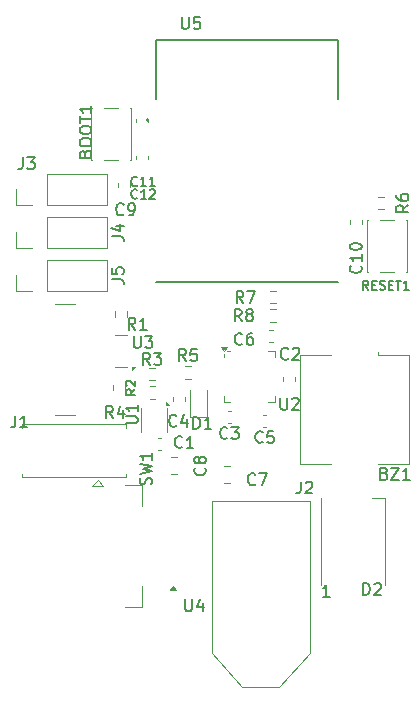
<source format=gbr>
%TF.GenerationSoftware,KiCad,Pcbnew,8.0.5*%
%TF.CreationDate,2024-10-08T22:01:25+02:00*%
%TF.ProjectId,ESP32_Controller,45535033-325f-4436-9f6e-74726f6c6c65,rev?*%
%TF.SameCoordinates,Original*%
%TF.FileFunction,Legend,Top*%
%TF.FilePolarity,Positive*%
%FSLAX46Y46*%
G04 Gerber Fmt 4.6, Leading zero omitted, Abs format (unit mm)*
G04 Created by KiCad (PCBNEW 8.0.5) date 2024-10-08 22:01:25*
%MOMM*%
%LPD*%
G01*
G04 APERTURE LIST*
%ADD10C,0.150000*%
%ADD11C,0.200000*%
%ADD12C,0.127000*%
%ADD13C,0.120000*%
G04 APERTURE END LIST*
D10*
X90843095Y-59109819D02*
X90843095Y-59919342D01*
X90843095Y-59919342D02*
X90890714Y-60014580D01*
X90890714Y-60014580D02*
X90938333Y-60062200D01*
X90938333Y-60062200D02*
X91033571Y-60109819D01*
X91033571Y-60109819D02*
X91224047Y-60109819D01*
X91224047Y-60109819D02*
X91319285Y-60062200D01*
X91319285Y-60062200D02*
X91366904Y-60014580D01*
X91366904Y-60014580D02*
X91414523Y-59919342D01*
X91414523Y-59919342D02*
X91414523Y-59109819D01*
X92366904Y-59109819D02*
X91890714Y-59109819D01*
X91890714Y-59109819D02*
X91843095Y-59586009D01*
X91843095Y-59586009D02*
X91890714Y-59538390D01*
X91890714Y-59538390D02*
X91985952Y-59490771D01*
X91985952Y-59490771D02*
X92224047Y-59490771D01*
X92224047Y-59490771D02*
X92319285Y-59538390D01*
X92319285Y-59538390D02*
X92366904Y-59586009D01*
X92366904Y-59586009D02*
X92414523Y-59681247D01*
X92414523Y-59681247D02*
X92414523Y-59919342D01*
X92414523Y-59919342D02*
X92366904Y-60014580D01*
X92366904Y-60014580D02*
X92319285Y-60062200D01*
X92319285Y-60062200D02*
X92224047Y-60109819D01*
X92224047Y-60109819D02*
X91985952Y-60109819D01*
X91985952Y-60109819D02*
X91890714Y-60062200D01*
X91890714Y-60062200D02*
X91843095Y-60014580D01*
X106635429Y-82179715D02*
X106381429Y-81816858D01*
X106200000Y-82179715D02*
X106200000Y-81417715D01*
X106200000Y-81417715D02*
X106490286Y-81417715D01*
X106490286Y-81417715D02*
X106562857Y-81454001D01*
X106562857Y-81454001D02*
X106599143Y-81490287D01*
X106599143Y-81490287D02*
X106635429Y-81562858D01*
X106635429Y-81562858D02*
X106635429Y-81671715D01*
X106635429Y-81671715D02*
X106599143Y-81744287D01*
X106599143Y-81744287D02*
X106562857Y-81780572D01*
X106562857Y-81780572D02*
X106490286Y-81816858D01*
X106490286Y-81816858D02*
X106200000Y-81816858D01*
X106962000Y-81780572D02*
X107216000Y-81780572D01*
X107324857Y-82179715D02*
X106962000Y-82179715D01*
X106962000Y-82179715D02*
X106962000Y-81417715D01*
X106962000Y-81417715D02*
X107324857Y-81417715D01*
X107615143Y-82143430D02*
X107724001Y-82179715D01*
X107724001Y-82179715D02*
X107905429Y-82179715D01*
X107905429Y-82179715D02*
X107978001Y-82143430D01*
X107978001Y-82143430D02*
X108014286Y-82107144D01*
X108014286Y-82107144D02*
X108050572Y-82034572D01*
X108050572Y-82034572D02*
X108050572Y-81962001D01*
X108050572Y-81962001D02*
X108014286Y-81889430D01*
X108014286Y-81889430D02*
X107978001Y-81853144D01*
X107978001Y-81853144D02*
X107905429Y-81816858D01*
X107905429Y-81816858D02*
X107760286Y-81780572D01*
X107760286Y-81780572D02*
X107687715Y-81744287D01*
X107687715Y-81744287D02*
X107651429Y-81708001D01*
X107651429Y-81708001D02*
X107615143Y-81635430D01*
X107615143Y-81635430D02*
X107615143Y-81562858D01*
X107615143Y-81562858D02*
X107651429Y-81490287D01*
X107651429Y-81490287D02*
X107687715Y-81454001D01*
X107687715Y-81454001D02*
X107760286Y-81417715D01*
X107760286Y-81417715D02*
X107941715Y-81417715D01*
X107941715Y-81417715D02*
X108050572Y-81454001D01*
X108377143Y-81780572D02*
X108631143Y-81780572D01*
X108740000Y-82179715D02*
X108377143Y-82179715D01*
X108377143Y-82179715D02*
X108377143Y-81417715D01*
X108377143Y-81417715D02*
X108740000Y-81417715D01*
X108957715Y-81417715D02*
X109393144Y-81417715D01*
X109175429Y-82179715D02*
X109175429Y-81417715D01*
X110046286Y-82179715D02*
X109610857Y-82179715D01*
X109828572Y-82179715D02*
X109828572Y-81417715D01*
X109828572Y-81417715D02*
X109756000Y-81526572D01*
X109756000Y-81526572D02*
X109683429Y-81599144D01*
X109683429Y-81599144D02*
X109610857Y-81635430D01*
X82661009Y-70673333D02*
X82708628Y-70530476D01*
X82708628Y-70530476D02*
X82756247Y-70482857D01*
X82756247Y-70482857D02*
X82851485Y-70435238D01*
X82851485Y-70435238D02*
X82994342Y-70435238D01*
X82994342Y-70435238D02*
X83089580Y-70482857D01*
X83089580Y-70482857D02*
X83137200Y-70530476D01*
X83137200Y-70530476D02*
X83184819Y-70625714D01*
X83184819Y-70625714D02*
X83184819Y-71006666D01*
X83184819Y-71006666D02*
X82184819Y-71006666D01*
X82184819Y-71006666D02*
X82184819Y-70673333D01*
X82184819Y-70673333D02*
X82232438Y-70578095D01*
X82232438Y-70578095D02*
X82280057Y-70530476D01*
X82280057Y-70530476D02*
X82375295Y-70482857D01*
X82375295Y-70482857D02*
X82470533Y-70482857D01*
X82470533Y-70482857D02*
X82565771Y-70530476D01*
X82565771Y-70530476D02*
X82613390Y-70578095D01*
X82613390Y-70578095D02*
X82661009Y-70673333D01*
X82661009Y-70673333D02*
X82661009Y-71006666D01*
X82184819Y-69816190D02*
X82184819Y-69625714D01*
X82184819Y-69625714D02*
X82232438Y-69530476D01*
X82232438Y-69530476D02*
X82327676Y-69435238D01*
X82327676Y-69435238D02*
X82518152Y-69387619D01*
X82518152Y-69387619D02*
X82851485Y-69387619D01*
X82851485Y-69387619D02*
X83041961Y-69435238D01*
X83041961Y-69435238D02*
X83137200Y-69530476D01*
X83137200Y-69530476D02*
X83184819Y-69625714D01*
X83184819Y-69625714D02*
X83184819Y-69816190D01*
X83184819Y-69816190D02*
X83137200Y-69911428D01*
X83137200Y-69911428D02*
X83041961Y-70006666D01*
X83041961Y-70006666D02*
X82851485Y-70054285D01*
X82851485Y-70054285D02*
X82518152Y-70054285D01*
X82518152Y-70054285D02*
X82327676Y-70006666D01*
X82327676Y-70006666D02*
X82232438Y-69911428D01*
X82232438Y-69911428D02*
X82184819Y-69816190D01*
X82184819Y-68768571D02*
X82184819Y-68578095D01*
X82184819Y-68578095D02*
X82232438Y-68482857D01*
X82232438Y-68482857D02*
X82327676Y-68387619D01*
X82327676Y-68387619D02*
X82518152Y-68340000D01*
X82518152Y-68340000D02*
X82851485Y-68340000D01*
X82851485Y-68340000D02*
X83041961Y-68387619D01*
X83041961Y-68387619D02*
X83137200Y-68482857D01*
X83137200Y-68482857D02*
X83184819Y-68578095D01*
X83184819Y-68578095D02*
X83184819Y-68768571D01*
X83184819Y-68768571D02*
X83137200Y-68863809D01*
X83137200Y-68863809D02*
X83041961Y-68959047D01*
X83041961Y-68959047D02*
X82851485Y-69006666D01*
X82851485Y-69006666D02*
X82518152Y-69006666D01*
X82518152Y-69006666D02*
X82327676Y-68959047D01*
X82327676Y-68959047D02*
X82232438Y-68863809D01*
X82232438Y-68863809D02*
X82184819Y-68768571D01*
X82184819Y-68054285D02*
X82184819Y-67482857D01*
X83184819Y-67768571D02*
X82184819Y-67768571D01*
X83184819Y-66625714D02*
X83184819Y-67197142D01*
X83184819Y-66911428D02*
X82184819Y-66911428D01*
X82184819Y-66911428D02*
X82327676Y-67006666D01*
X82327676Y-67006666D02*
X82422914Y-67101904D01*
X82422914Y-67101904D02*
X82470533Y-67197142D01*
X91118095Y-108404819D02*
X91118095Y-109214342D01*
X91118095Y-109214342D02*
X91165714Y-109309580D01*
X91165714Y-109309580D02*
X91213333Y-109357200D01*
X91213333Y-109357200D02*
X91308571Y-109404819D01*
X91308571Y-109404819D02*
X91499047Y-109404819D01*
X91499047Y-109404819D02*
X91594285Y-109357200D01*
X91594285Y-109357200D02*
X91641904Y-109309580D01*
X91641904Y-109309580D02*
X91689523Y-109214342D01*
X91689523Y-109214342D02*
X91689523Y-108404819D01*
X92594285Y-108738152D02*
X92594285Y-109404819D01*
X92356190Y-108357200D02*
X92118095Y-109071485D01*
X92118095Y-109071485D02*
X92737142Y-109071485D01*
X86778095Y-86124819D02*
X86778095Y-86934342D01*
X86778095Y-86934342D02*
X86825714Y-87029580D01*
X86825714Y-87029580D02*
X86873333Y-87077200D01*
X86873333Y-87077200D02*
X86968571Y-87124819D01*
X86968571Y-87124819D02*
X87159047Y-87124819D01*
X87159047Y-87124819D02*
X87254285Y-87077200D01*
X87254285Y-87077200D02*
X87301904Y-87029580D01*
X87301904Y-87029580D02*
X87349523Y-86934342D01*
X87349523Y-86934342D02*
X87349523Y-86124819D01*
X87730476Y-86124819D02*
X88349523Y-86124819D01*
X88349523Y-86124819D02*
X88016190Y-86505771D01*
X88016190Y-86505771D02*
X88159047Y-86505771D01*
X88159047Y-86505771D02*
X88254285Y-86553390D01*
X88254285Y-86553390D02*
X88301904Y-86601009D01*
X88301904Y-86601009D02*
X88349523Y-86696247D01*
X88349523Y-86696247D02*
X88349523Y-86934342D01*
X88349523Y-86934342D02*
X88301904Y-87029580D01*
X88301904Y-87029580D02*
X88254285Y-87077200D01*
X88254285Y-87077200D02*
X88159047Y-87124819D01*
X88159047Y-87124819D02*
X87873333Y-87124819D01*
X87873333Y-87124819D02*
X87778095Y-87077200D01*
X87778095Y-87077200D02*
X87730476Y-87029580D01*
X99188095Y-91354819D02*
X99188095Y-92164342D01*
X99188095Y-92164342D02*
X99235714Y-92259580D01*
X99235714Y-92259580D02*
X99283333Y-92307200D01*
X99283333Y-92307200D02*
X99378571Y-92354819D01*
X99378571Y-92354819D02*
X99569047Y-92354819D01*
X99569047Y-92354819D02*
X99664285Y-92307200D01*
X99664285Y-92307200D02*
X99711904Y-92259580D01*
X99711904Y-92259580D02*
X99759523Y-92164342D01*
X99759523Y-92164342D02*
X99759523Y-91354819D01*
X100188095Y-91450057D02*
X100235714Y-91402438D01*
X100235714Y-91402438D02*
X100330952Y-91354819D01*
X100330952Y-91354819D02*
X100569047Y-91354819D01*
X100569047Y-91354819D02*
X100664285Y-91402438D01*
X100664285Y-91402438D02*
X100711904Y-91450057D01*
X100711904Y-91450057D02*
X100759523Y-91545295D01*
X100759523Y-91545295D02*
X100759523Y-91640533D01*
X100759523Y-91640533D02*
X100711904Y-91783390D01*
X100711904Y-91783390D02*
X100140476Y-92354819D01*
X100140476Y-92354819D02*
X100759523Y-92354819D01*
X86084819Y-93491904D02*
X86894342Y-93491904D01*
X86894342Y-93491904D02*
X86989580Y-93444285D01*
X86989580Y-93444285D02*
X87037200Y-93396666D01*
X87037200Y-93396666D02*
X87084819Y-93301428D01*
X87084819Y-93301428D02*
X87084819Y-93110952D01*
X87084819Y-93110952D02*
X87037200Y-93015714D01*
X87037200Y-93015714D02*
X86989580Y-92968095D01*
X86989580Y-92968095D02*
X86894342Y-92920476D01*
X86894342Y-92920476D02*
X86084819Y-92920476D01*
X87084819Y-91920476D02*
X87084819Y-92491904D01*
X87084819Y-92206190D02*
X86084819Y-92206190D01*
X86084819Y-92206190D02*
X86227676Y-92301428D01*
X86227676Y-92301428D02*
X86322914Y-92396666D01*
X86322914Y-92396666D02*
X86370533Y-92491904D01*
X88237200Y-98673332D02*
X88284819Y-98530475D01*
X88284819Y-98530475D02*
X88284819Y-98292380D01*
X88284819Y-98292380D02*
X88237200Y-98197142D01*
X88237200Y-98197142D02*
X88189580Y-98149523D01*
X88189580Y-98149523D02*
X88094342Y-98101904D01*
X88094342Y-98101904D02*
X87999104Y-98101904D01*
X87999104Y-98101904D02*
X87903866Y-98149523D01*
X87903866Y-98149523D02*
X87856247Y-98197142D01*
X87856247Y-98197142D02*
X87808628Y-98292380D01*
X87808628Y-98292380D02*
X87761009Y-98482856D01*
X87761009Y-98482856D02*
X87713390Y-98578094D01*
X87713390Y-98578094D02*
X87665771Y-98625713D01*
X87665771Y-98625713D02*
X87570533Y-98673332D01*
X87570533Y-98673332D02*
X87475295Y-98673332D01*
X87475295Y-98673332D02*
X87380057Y-98625713D01*
X87380057Y-98625713D02*
X87332438Y-98578094D01*
X87332438Y-98578094D02*
X87284819Y-98482856D01*
X87284819Y-98482856D02*
X87284819Y-98244761D01*
X87284819Y-98244761D02*
X87332438Y-98101904D01*
X87284819Y-97768570D02*
X88284819Y-97530475D01*
X88284819Y-97530475D02*
X87570533Y-97339999D01*
X87570533Y-97339999D02*
X88284819Y-97149523D01*
X88284819Y-97149523D02*
X87284819Y-96911428D01*
X88284819Y-96006666D02*
X88284819Y-96578094D01*
X88284819Y-96292380D02*
X87284819Y-96292380D01*
X87284819Y-96292380D02*
X87427676Y-96387618D01*
X87427676Y-96387618D02*
X87522914Y-96482856D01*
X87522914Y-96482856D02*
X87570533Y-96578094D01*
X95893333Y-84854820D02*
X95560000Y-84378629D01*
X95321905Y-84854820D02*
X95321905Y-83854820D01*
X95321905Y-83854820D02*
X95702857Y-83854820D01*
X95702857Y-83854820D02*
X95798095Y-83902439D01*
X95798095Y-83902439D02*
X95845714Y-83950058D01*
X95845714Y-83950058D02*
X95893333Y-84045296D01*
X95893333Y-84045296D02*
X95893333Y-84188153D01*
X95893333Y-84188153D02*
X95845714Y-84283391D01*
X95845714Y-84283391D02*
X95798095Y-84331010D01*
X95798095Y-84331010D02*
X95702857Y-84378629D01*
X95702857Y-84378629D02*
X95321905Y-84378629D01*
X96464762Y-84283391D02*
X96369524Y-84235772D01*
X96369524Y-84235772D02*
X96321905Y-84188153D01*
X96321905Y-84188153D02*
X96274286Y-84092915D01*
X96274286Y-84092915D02*
X96274286Y-84045296D01*
X96274286Y-84045296D02*
X96321905Y-83950058D01*
X96321905Y-83950058D02*
X96369524Y-83902439D01*
X96369524Y-83902439D02*
X96464762Y-83854820D01*
X96464762Y-83854820D02*
X96655238Y-83854820D01*
X96655238Y-83854820D02*
X96750476Y-83902439D01*
X96750476Y-83902439D02*
X96798095Y-83950058D01*
X96798095Y-83950058D02*
X96845714Y-84045296D01*
X96845714Y-84045296D02*
X96845714Y-84092915D01*
X96845714Y-84092915D02*
X96798095Y-84188153D01*
X96798095Y-84188153D02*
X96750476Y-84235772D01*
X96750476Y-84235772D02*
X96655238Y-84283391D01*
X96655238Y-84283391D02*
X96464762Y-84283391D01*
X96464762Y-84283391D02*
X96369524Y-84331010D01*
X96369524Y-84331010D02*
X96321905Y-84378629D01*
X96321905Y-84378629D02*
X96274286Y-84473867D01*
X96274286Y-84473867D02*
X96274286Y-84664343D01*
X96274286Y-84664343D02*
X96321905Y-84759581D01*
X96321905Y-84759581D02*
X96369524Y-84807201D01*
X96369524Y-84807201D02*
X96464762Y-84854820D01*
X96464762Y-84854820D02*
X96655238Y-84854820D01*
X96655238Y-84854820D02*
X96750476Y-84807201D01*
X96750476Y-84807201D02*
X96798095Y-84759581D01*
X96798095Y-84759581D02*
X96845714Y-84664343D01*
X96845714Y-84664343D02*
X96845714Y-84473867D01*
X96845714Y-84473867D02*
X96798095Y-84378629D01*
X96798095Y-84378629D02*
X96750476Y-84331010D01*
X96750476Y-84331010D02*
X96655238Y-84283391D01*
X96043333Y-83324819D02*
X95710000Y-82848628D01*
X95471905Y-83324819D02*
X95471905Y-82324819D01*
X95471905Y-82324819D02*
X95852857Y-82324819D01*
X95852857Y-82324819D02*
X95948095Y-82372438D01*
X95948095Y-82372438D02*
X95995714Y-82420057D01*
X95995714Y-82420057D02*
X96043333Y-82515295D01*
X96043333Y-82515295D02*
X96043333Y-82658152D01*
X96043333Y-82658152D02*
X95995714Y-82753390D01*
X95995714Y-82753390D02*
X95948095Y-82801009D01*
X95948095Y-82801009D02*
X95852857Y-82848628D01*
X95852857Y-82848628D02*
X95471905Y-82848628D01*
X96376667Y-82324819D02*
X97043333Y-82324819D01*
X97043333Y-82324819D02*
X96614762Y-83324819D01*
X110004819Y-75036666D02*
X109528628Y-75369999D01*
X110004819Y-75608094D02*
X109004819Y-75608094D01*
X109004819Y-75608094D02*
X109004819Y-75227142D01*
X109004819Y-75227142D02*
X109052438Y-75131904D01*
X109052438Y-75131904D02*
X109100057Y-75084285D01*
X109100057Y-75084285D02*
X109195295Y-75036666D01*
X109195295Y-75036666D02*
X109338152Y-75036666D01*
X109338152Y-75036666D02*
X109433390Y-75084285D01*
X109433390Y-75084285D02*
X109481009Y-75131904D01*
X109481009Y-75131904D02*
X109528628Y-75227142D01*
X109528628Y-75227142D02*
X109528628Y-75608094D01*
X109004819Y-74179523D02*
X109004819Y-74369999D01*
X109004819Y-74369999D02*
X109052438Y-74465237D01*
X109052438Y-74465237D02*
X109100057Y-74512856D01*
X109100057Y-74512856D02*
X109242914Y-74608094D01*
X109242914Y-74608094D02*
X109433390Y-74655713D01*
X109433390Y-74655713D02*
X109814342Y-74655713D01*
X109814342Y-74655713D02*
X109909580Y-74608094D01*
X109909580Y-74608094D02*
X109957200Y-74560475D01*
X109957200Y-74560475D02*
X110004819Y-74465237D01*
X110004819Y-74465237D02*
X110004819Y-74274761D01*
X110004819Y-74274761D02*
X109957200Y-74179523D01*
X109957200Y-74179523D02*
X109909580Y-74131904D01*
X109909580Y-74131904D02*
X109814342Y-74084285D01*
X109814342Y-74084285D02*
X109576247Y-74084285D01*
X109576247Y-74084285D02*
X109481009Y-74131904D01*
X109481009Y-74131904D02*
X109433390Y-74179523D01*
X109433390Y-74179523D02*
X109385771Y-74274761D01*
X109385771Y-74274761D02*
X109385771Y-74465237D01*
X109385771Y-74465237D02*
X109433390Y-74560475D01*
X109433390Y-74560475D02*
X109481009Y-74608094D01*
X109481009Y-74608094D02*
X109576247Y-74655713D01*
X91183333Y-88232319D02*
X90850000Y-87756128D01*
X90611905Y-88232319D02*
X90611905Y-87232319D01*
X90611905Y-87232319D02*
X90992857Y-87232319D01*
X90992857Y-87232319D02*
X91088095Y-87279938D01*
X91088095Y-87279938D02*
X91135714Y-87327557D01*
X91135714Y-87327557D02*
X91183333Y-87422795D01*
X91183333Y-87422795D02*
X91183333Y-87565652D01*
X91183333Y-87565652D02*
X91135714Y-87660890D01*
X91135714Y-87660890D02*
X91088095Y-87708509D01*
X91088095Y-87708509D02*
X90992857Y-87756128D01*
X90992857Y-87756128D02*
X90611905Y-87756128D01*
X92088095Y-87232319D02*
X91611905Y-87232319D01*
X91611905Y-87232319D02*
X91564286Y-87708509D01*
X91564286Y-87708509D02*
X91611905Y-87660890D01*
X91611905Y-87660890D02*
X91707143Y-87613271D01*
X91707143Y-87613271D02*
X91945238Y-87613271D01*
X91945238Y-87613271D02*
X92040476Y-87660890D01*
X92040476Y-87660890D02*
X92088095Y-87708509D01*
X92088095Y-87708509D02*
X92135714Y-87803747D01*
X92135714Y-87803747D02*
X92135714Y-88041842D01*
X92135714Y-88041842D02*
X92088095Y-88137080D01*
X92088095Y-88137080D02*
X92040476Y-88184700D01*
X92040476Y-88184700D02*
X91945238Y-88232319D01*
X91945238Y-88232319D02*
X91707143Y-88232319D01*
X91707143Y-88232319D02*
X91611905Y-88184700D01*
X91611905Y-88184700D02*
X91564286Y-88137080D01*
X85013333Y-93064819D02*
X84680000Y-92588628D01*
X84441905Y-93064819D02*
X84441905Y-92064819D01*
X84441905Y-92064819D02*
X84822857Y-92064819D01*
X84822857Y-92064819D02*
X84918095Y-92112438D01*
X84918095Y-92112438D02*
X84965714Y-92160057D01*
X84965714Y-92160057D02*
X85013333Y-92255295D01*
X85013333Y-92255295D02*
X85013333Y-92398152D01*
X85013333Y-92398152D02*
X84965714Y-92493390D01*
X84965714Y-92493390D02*
X84918095Y-92541009D01*
X84918095Y-92541009D02*
X84822857Y-92588628D01*
X84822857Y-92588628D02*
X84441905Y-92588628D01*
X85870476Y-92398152D02*
X85870476Y-93064819D01*
X85632381Y-92017200D02*
X85394286Y-92731485D01*
X85394286Y-92731485D02*
X86013333Y-92731485D01*
X88133333Y-88544819D02*
X87800000Y-88068628D01*
X87561905Y-88544819D02*
X87561905Y-87544819D01*
X87561905Y-87544819D02*
X87942857Y-87544819D01*
X87942857Y-87544819D02*
X88038095Y-87592438D01*
X88038095Y-87592438D02*
X88085714Y-87640057D01*
X88085714Y-87640057D02*
X88133333Y-87735295D01*
X88133333Y-87735295D02*
X88133333Y-87878152D01*
X88133333Y-87878152D02*
X88085714Y-87973390D01*
X88085714Y-87973390D02*
X88038095Y-88021009D01*
X88038095Y-88021009D02*
X87942857Y-88068628D01*
X87942857Y-88068628D02*
X87561905Y-88068628D01*
X88466667Y-87544819D02*
X89085714Y-87544819D01*
X89085714Y-87544819D02*
X88752381Y-87925771D01*
X88752381Y-87925771D02*
X88895238Y-87925771D01*
X88895238Y-87925771D02*
X88990476Y-87973390D01*
X88990476Y-87973390D02*
X89038095Y-88021009D01*
X89038095Y-88021009D02*
X89085714Y-88116247D01*
X89085714Y-88116247D02*
X89085714Y-88354342D01*
X89085714Y-88354342D02*
X89038095Y-88449580D01*
X89038095Y-88449580D02*
X88990476Y-88497200D01*
X88990476Y-88497200D02*
X88895238Y-88544819D01*
X88895238Y-88544819D02*
X88609524Y-88544819D01*
X88609524Y-88544819D02*
X88514286Y-88497200D01*
X88514286Y-88497200D02*
X88466667Y-88449580D01*
X86902295Y-90643332D02*
X86521342Y-90909999D01*
X86902295Y-91100475D02*
X86102295Y-91100475D01*
X86102295Y-91100475D02*
X86102295Y-90795713D01*
X86102295Y-90795713D02*
X86140390Y-90719523D01*
X86140390Y-90719523D02*
X86178485Y-90681428D01*
X86178485Y-90681428D02*
X86254676Y-90643332D01*
X86254676Y-90643332D02*
X86368961Y-90643332D01*
X86368961Y-90643332D02*
X86445152Y-90681428D01*
X86445152Y-90681428D02*
X86483247Y-90719523D01*
X86483247Y-90719523D02*
X86521342Y-90795713D01*
X86521342Y-90795713D02*
X86521342Y-91100475D01*
X86178485Y-90338571D02*
X86140390Y-90300475D01*
X86140390Y-90300475D02*
X86102295Y-90224285D01*
X86102295Y-90224285D02*
X86102295Y-90033809D01*
X86102295Y-90033809D02*
X86140390Y-89957618D01*
X86140390Y-89957618D02*
X86178485Y-89919523D01*
X86178485Y-89919523D02*
X86254676Y-89881428D01*
X86254676Y-89881428D02*
X86330866Y-89881428D01*
X86330866Y-89881428D02*
X86445152Y-89919523D01*
X86445152Y-89919523D02*
X86902295Y-90376666D01*
X86902295Y-90376666D02*
X86902295Y-89881428D01*
X86903333Y-85574819D02*
X86570000Y-85098628D01*
X86331905Y-85574819D02*
X86331905Y-84574819D01*
X86331905Y-84574819D02*
X86712857Y-84574819D01*
X86712857Y-84574819D02*
X86808095Y-84622438D01*
X86808095Y-84622438D02*
X86855714Y-84670057D01*
X86855714Y-84670057D02*
X86903333Y-84765295D01*
X86903333Y-84765295D02*
X86903333Y-84908152D01*
X86903333Y-84908152D02*
X86855714Y-85003390D01*
X86855714Y-85003390D02*
X86808095Y-85051009D01*
X86808095Y-85051009D02*
X86712857Y-85098628D01*
X86712857Y-85098628D02*
X86331905Y-85098628D01*
X87855714Y-85574819D02*
X87284286Y-85574819D01*
X87570000Y-85574819D02*
X87570000Y-84574819D01*
X87570000Y-84574819D02*
X87474762Y-84717676D01*
X87474762Y-84717676D02*
X87379524Y-84812914D01*
X87379524Y-84812914D02*
X87284286Y-84860533D01*
X84904819Y-81303333D02*
X85619104Y-81303333D01*
X85619104Y-81303333D02*
X85761961Y-81350952D01*
X85761961Y-81350952D02*
X85857200Y-81446190D01*
X85857200Y-81446190D02*
X85904819Y-81589047D01*
X85904819Y-81589047D02*
X85904819Y-81684285D01*
X84904819Y-80350952D02*
X84904819Y-80827142D01*
X84904819Y-80827142D02*
X85381009Y-80874761D01*
X85381009Y-80874761D02*
X85333390Y-80827142D01*
X85333390Y-80827142D02*
X85285771Y-80731904D01*
X85285771Y-80731904D02*
X85285771Y-80493809D01*
X85285771Y-80493809D02*
X85333390Y-80398571D01*
X85333390Y-80398571D02*
X85381009Y-80350952D01*
X85381009Y-80350952D02*
X85476247Y-80303333D01*
X85476247Y-80303333D02*
X85714342Y-80303333D01*
X85714342Y-80303333D02*
X85809580Y-80350952D01*
X85809580Y-80350952D02*
X85857200Y-80398571D01*
X85857200Y-80398571D02*
X85904819Y-80493809D01*
X85904819Y-80493809D02*
X85904819Y-80731904D01*
X85904819Y-80731904D02*
X85857200Y-80827142D01*
X85857200Y-80827142D02*
X85809580Y-80874761D01*
X84904819Y-77663333D02*
X85619104Y-77663333D01*
X85619104Y-77663333D02*
X85761961Y-77710952D01*
X85761961Y-77710952D02*
X85857200Y-77806190D01*
X85857200Y-77806190D02*
X85904819Y-77949047D01*
X85904819Y-77949047D02*
X85904819Y-78044285D01*
X85238152Y-76758571D02*
X85904819Y-76758571D01*
X84857200Y-76996666D02*
X85571485Y-77234761D01*
X85571485Y-77234761D02*
X85571485Y-76615714D01*
X77366666Y-70994819D02*
X77366666Y-71709104D01*
X77366666Y-71709104D02*
X77319047Y-71851961D01*
X77319047Y-71851961D02*
X77223809Y-71947200D01*
X77223809Y-71947200D02*
X77080952Y-71994819D01*
X77080952Y-71994819D02*
X76985714Y-71994819D01*
X77747619Y-70994819D02*
X78366666Y-70994819D01*
X78366666Y-70994819D02*
X78033333Y-71375771D01*
X78033333Y-71375771D02*
X78176190Y-71375771D01*
X78176190Y-71375771D02*
X78271428Y-71423390D01*
X78271428Y-71423390D02*
X78319047Y-71471009D01*
X78319047Y-71471009D02*
X78366666Y-71566247D01*
X78366666Y-71566247D02*
X78366666Y-71804342D01*
X78366666Y-71804342D02*
X78319047Y-71899580D01*
X78319047Y-71899580D02*
X78271428Y-71947200D01*
X78271428Y-71947200D02*
X78176190Y-71994819D01*
X78176190Y-71994819D02*
X77890476Y-71994819D01*
X77890476Y-71994819D02*
X77795238Y-71947200D01*
X77795238Y-71947200D02*
X77747619Y-71899580D01*
X100896666Y-98444819D02*
X100896666Y-99159104D01*
X100896666Y-99159104D02*
X100849047Y-99301961D01*
X100849047Y-99301961D02*
X100753809Y-99397200D01*
X100753809Y-99397200D02*
X100610952Y-99444819D01*
X100610952Y-99444819D02*
X100515714Y-99444819D01*
X101325238Y-98540057D02*
X101372857Y-98492438D01*
X101372857Y-98492438D02*
X101468095Y-98444819D01*
X101468095Y-98444819D02*
X101706190Y-98444819D01*
X101706190Y-98444819D02*
X101801428Y-98492438D01*
X101801428Y-98492438D02*
X101849047Y-98540057D01*
X101849047Y-98540057D02*
X101896666Y-98635295D01*
X101896666Y-98635295D02*
X101896666Y-98730533D01*
X101896666Y-98730533D02*
X101849047Y-98873390D01*
X101849047Y-98873390D02*
X101277619Y-99444819D01*
X101277619Y-99444819D02*
X101896666Y-99444819D01*
X76746666Y-92844819D02*
X76746666Y-93559104D01*
X76746666Y-93559104D02*
X76699047Y-93701961D01*
X76699047Y-93701961D02*
X76603809Y-93797200D01*
X76603809Y-93797200D02*
X76460952Y-93844819D01*
X76460952Y-93844819D02*
X76365714Y-93844819D01*
X77746666Y-93844819D02*
X77175238Y-93844819D01*
X77460952Y-93844819D02*
X77460952Y-92844819D01*
X77460952Y-92844819D02*
X77365714Y-92987676D01*
X77365714Y-92987676D02*
X77270476Y-93082914D01*
X77270476Y-93082914D02*
X77175238Y-93130533D01*
X91811905Y-93977319D02*
X91811905Y-92977319D01*
X91811905Y-92977319D02*
X92050000Y-92977319D01*
X92050000Y-92977319D02*
X92192857Y-93024938D01*
X92192857Y-93024938D02*
X92288095Y-93120176D01*
X92288095Y-93120176D02*
X92335714Y-93215414D01*
X92335714Y-93215414D02*
X92383333Y-93405890D01*
X92383333Y-93405890D02*
X92383333Y-93548747D01*
X92383333Y-93548747D02*
X92335714Y-93739223D01*
X92335714Y-93739223D02*
X92288095Y-93834461D01*
X92288095Y-93834461D02*
X92192857Y-93929700D01*
X92192857Y-93929700D02*
X92050000Y-93977319D01*
X92050000Y-93977319D02*
X91811905Y-93977319D01*
X93335714Y-93977319D02*
X92764286Y-93977319D01*
X93050000Y-93977319D02*
X93050000Y-92977319D01*
X93050000Y-92977319D02*
X92954762Y-93120176D01*
X92954762Y-93120176D02*
X92859524Y-93215414D01*
X92859524Y-93215414D02*
X92764286Y-93263033D01*
X87065714Y-74406104D02*
X87027618Y-74444200D01*
X87027618Y-74444200D02*
X86913333Y-74482295D01*
X86913333Y-74482295D02*
X86837142Y-74482295D01*
X86837142Y-74482295D02*
X86722856Y-74444200D01*
X86722856Y-74444200D02*
X86646666Y-74368009D01*
X86646666Y-74368009D02*
X86608571Y-74291819D01*
X86608571Y-74291819D02*
X86570475Y-74139438D01*
X86570475Y-74139438D02*
X86570475Y-74025152D01*
X86570475Y-74025152D02*
X86608571Y-73872771D01*
X86608571Y-73872771D02*
X86646666Y-73796580D01*
X86646666Y-73796580D02*
X86722856Y-73720390D01*
X86722856Y-73720390D02*
X86837142Y-73682295D01*
X86837142Y-73682295D02*
X86913333Y-73682295D01*
X86913333Y-73682295D02*
X87027618Y-73720390D01*
X87027618Y-73720390D02*
X87065714Y-73758485D01*
X87827618Y-74482295D02*
X87370475Y-74482295D01*
X87599047Y-74482295D02*
X87599047Y-73682295D01*
X87599047Y-73682295D02*
X87522856Y-73796580D01*
X87522856Y-73796580D02*
X87446666Y-73872771D01*
X87446666Y-73872771D02*
X87370475Y-73910866D01*
X88132380Y-73758485D02*
X88170476Y-73720390D01*
X88170476Y-73720390D02*
X88246666Y-73682295D01*
X88246666Y-73682295D02*
X88437142Y-73682295D01*
X88437142Y-73682295D02*
X88513333Y-73720390D01*
X88513333Y-73720390D02*
X88551428Y-73758485D01*
X88551428Y-73758485D02*
X88589523Y-73834676D01*
X88589523Y-73834676D02*
X88589523Y-73910866D01*
X88589523Y-73910866D02*
X88551428Y-74025152D01*
X88551428Y-74025152D02*
X88094285Y-74482295D01*
X88094285Y-74482295D02*
X88589523Y-74482295D01*
X87045714Y-73336104D02*
X87007618Y-73374200D01*
X87007618Y-73374200D02*
X86893333Y-73412295D01*
X86893333Y-73412295D02*
X86817142Y-73412295D01*
X86817142Y-73412295D02*
X86702856Y-73374200D01*
X86702856Y-73374200D02*
X86626666Y-73298009D01*
X86626666Y-73298009D02*
X86588571Y-73221819D01*
X86588571Y-73221819D02*
X86550475Y-73069438D01*
X86550475Y-73069438D02*
X86550475Y-72955152D01*
X86550475Y-72955152D02*
X86588571Y-72802771D01*
X86588571Y-72802771D02*
X86626666Y-72726580D01*
X86626666Y-72726580D02*
X86702856Y-72650390D01*
X86702856Y-72650390D02*
X86817142Y-72612295D01*
X86817142Y-72612295D02*
X86893333Y-72612295D01*
X86893333Y-72612295D02*
X87007618Y-72650390D01*
X87007618Y-72650390D02*
X87045714Y-72688485D01*
X87807618Y-73412295D02*
X87350475Y-73412295D01*
X87579047Y-73412295D02*
X87579047Y-72612295D01*
X87579047Y-72612295D02*
X87502856Y-72726580D01*
X87502856Y-72726580D02*
X87426666Y-72802771D01*
X87426666Y-72802771D02*
X87350475Y-72840866D01*
X88569523Y-73412295D02*
X88112380Y-73412295D01*
X88340952Y-73412295D02*
X88340952Y-72612295D01*
X88340952Y-72612295D02*
X88264761Y-72726580D01*
X88264761Y-72726580D02*
X88188571Y-72802771D01*
X88188571Y-72802771D02*
X88112380Y-72840866D01*
X105969580Y-80162857D02*
X106017200Y-80210476D01*
X106017200Y-80210476D02*
X106064819Y-80353333D01*
X106064819Y-80353333D02*
X106064819Y-80448571D01*
X106064819Y-80448571D02*
X106017200Y-80591428D01*
X106017200Y-80591428D02*
X105921961Y-80686666D01*
X105921961Y-80686666D02*
X105826723Y-80734285D01*
X105826723Y-80734285D02*
X105636247Y-80781904D01*
X105636247Y-80781904D02*
X105493390Y-80781904D01*
X105493390Y-80781904D02*
X105302914Y-80734285D01*
X105302914Y-80734285D02*
X105207676Y-80686666D01*
X105207676Y-80686666D02*
X105112438Y-80591428D01*
X105112438Y-80591428D02*
X105064819Y-80448571D01*
X105064819Y-80448571D02*
X105064819Y-80353333D01*
X105064819Y-80353333D02*
X105112438Y-80210476D01*
X105112438Y-80210476D02*
X105160057Y-80162857D01*
X106064819Y-79210476D02*
X106064819Y-79781904D01*
X106064819Y-79496190D02*
X105064819Y-79496190D01*
X105064819Y-79496190D02*
X105207676Y-79591428D01*
X105207676Y-79591428D02*
X105302914Y-79686666D01*
X105302914Y-79686666D02*
X105350533Y-79781904D01*
X105064819Y-78591428D02*
X105064819Y-78496190D01*
X105064819Y-78496190D02*
X105112438Y-78400952D01*
X105112438Y-78400952D02*
X105160057Y-78353333D01*
X105160057Y-78353333D02*
X105255295Y-78305714D01*
X105255295Y-78305714D02*
X105445771Y-78258095D01*
X105445771Y-78258095D02*
X105683866Y-78258095D01*
X105683866Y-78258095D02*
X105874342Y-78305714D01*
X105874342Y-78305714D02*
X105969580Y-78353333D01*
X105969580Y-78353333D02*
X106017200Y-78400952D01*
X106017200Y-78400952D02*
X106064819Y-78496190D01*
X106064819Y-78496190D02*
X106064819Y-78591428D01*
X106064819Y-78591428D02*
X106017200Y-78686666D01*
X106017200Y-78686666D02*
X105969580Y-78734285D01*
X105969580Y-78734285D02*
X105874342Y-78781904D01*
X105874342Y-78781904D02*
X105683866Y-78829523D01*
X105683866Y-78829523D02*
X105445771Y-78829523D01*
X105445771Y-78829523D02*
X105255295Y-78781904D01*
X105255295Y-78781904D02*
X105160057Y-78734285D01*
X105160057Y-78734285D02*
X105112438Y-78686666D01*
X105112438Y-78686666D02*
X105064819Y-78591428D01*
X85903333Y-75799580D02*
X85855714Y-75847200D01*
X85855714Y-75847200D02*
X85712857Y-75894819D01*
X85712857Y-75894819D02*
X85617619Y-75894819D01*
X85617619Y-75894819D02*
X85474762Y-75847200D01*
X85474762Y-75847200D02*
X85379524Y-75751961D01*
X85379524Y-75751961D02*
X85331905Y-75656723D01*
X85331905Y-75656723D02*
X85284286Y-75466247D01*
X85284286Y-75466247D02*
X85284286Y-75323390D01*
X85284286Y-75323390D02*
X85331905Y-75132914D01*
X85331905Y-75132914D02*
X85379524Y-75037676D01*
X85379524Y-75037676D02*
X85474762Y-74942438D01*
X85474762Y-74942438D02*
X85617619Y-74894819D01*
X85617619Y-74894819D02*
X85712857Y-74894819D01*
X85712857Y-74894819D02*
X85855714Y-74942438D01*
X85855714Y-74942438D02*
X85903333Y-74990057D01*
X86379524Y-75894819D02*
X86570000Y-75894819D01*
X86570000Y-75894819D02*
X86665238Y-75847200D01*
X86665238Y-75847200D02*
X86712857Y-75799580D01*
X86712857Y-75799580D02*
X86808095Y-75656723D01*
X86808095Y-75656723D02*
X86855714Y-75466247D01*
X86855714Y-75466247D02*
X86855714Y-75085295D01*
X86855714Y-75085295D02*
X86808095Y-74990057D01*
X86808095Y-74990057D02*
X86760476Y-74942438D01*
X86760476Y-74942438D02*
X86665238Y-74894819D01*
X86665238Y-74894819D02*
X86474762Y-74894819D01*
X86474762Y-74894819D02*
X86379524Y-74942438D01*
X86379524Y-74942438D02*
X86331905Y-74990057D01*
X86331905Y-74990057D02*
X86284286Y-75085295D01*
X86284286Y-75085295D02*
X86284286Y-75323390D01*
X86284286Y-75323390D02*
X86331905Y-75418628D01*
X86331905Y-75418628D02*
X86379524Y-75466247D01*
X86379524Y-75466247D02*
X86474762Y-75513866D01*
X86474762Y-75513866D02*
X86665238Y-75513866D01*
X86665238Y-75513866D02*
X86760476Y-75466247D01*
X86760476Y-75466247D02*
X86808095Y-75418628D01*
X86808095Y-75418628D02*
X86855714Y-75323390D01*
X92789580Y-97276666D02*
X92837200Y-97324285D01*
X92837200Y-97324285D02*
X92884819Y-97467142D01*
X92884819Y-97467142D02*
X92884819Y-97562380D01*
X92884819Y-97562380D02*
X92837200Y-97705237D01*
X92837200Y-97705237D02*
X92741961Y-97800475D01*
X92741961Y-97800475D02*
X92646723Y-97848094D01*
X92646723Y-97848094D02*
X92456247Y-97895713D01*
X92456247Y-97895713D02*
X92313390Y-97895713D01*
X92313390Y-97895713D02*
X92122914Y-97848094D01*
X92122914Y-97848094D02*
X92027676Y-97800475D01*
X92027676Y-97800475D02*
X91932438Y-97705237D01*
X91932438Y-97705237D02*
X91884819Y-97562380D01*
X91884819Y-97562380D02*
X91884819Y-97467142D01*
X91884819Y-97467142D02*
X91932438Y-97324285D01*
X91932438Y-97324285D02*
X91980057Y-97276666D01*
X92313390Y-96705237D02*
X92265771Y-96800475D01*
X92265771Y-96800475D02*
X92218152Y-96848094D01*
X92218152Y-96848094D02*
X92122914Y-96895713D01*
X92122914Y-96895713D02*
X92075295Y-96895713D01*
X92075295Y-96895713D02*
X91980057Y-96848094D01*
X91980057Y-96848094D02*
X91932438Y-96800475D01*
X91932438Y-96800475D02*
X91884819Y-96705237D01*
X91884819Y-96705237D02*
X91884819Y-96514761D01*
X91884819Y-96514761D02*
X91932438Y-96419523D01*
X91932438Y-96419523D02*
X91980057Y-96371904D01*
X91980057Y-96371904D02*
X92075295Y-96324285D01*
X92075295Y-96324285D02*
X92122914Y-96324285D01*
X92122914Y-96324285D02*
X92218152Y-96371904D01*
X92218152Y-96371904D02*
X92265771Y-96419523D01*
X92265771Y-96419523D02*
X92313390Y-96514761D01*
X92313390Y-96514761D02*
X92313390Y-96705237D01*
X92313390Y-96705237D02*
X92361009Y-96800475D01*
X92361009Y-96800475D02*
X92408628Y-96848094D01*
X92408628Y-96848094D02*
X92503866Y-96895713D01*
X92503866Y-96895713D02*
X92694342Y-96895713D01*
X92694342Y-96895713D02*
X92789580Y-96848094D01*
X92789580Y-96848094D02*
X92837200Y-96800475D01*
X92837200Y-96800475D02*
X92884819Y-96705237D01*
X92884819Y-96705237D02*
X92884819Y-96514761D01*
X92884819Y-96514761D02*
X92837200Y-96419523D01*
X92837200Y-96419523D02*
X92789580Y-96371904D01*
X92789580Y-96371904D02*
X92694342Y-96324285D01*
X92694342Y-96324285D02*
X92503866Y-96324285D01*
X92503866Y-96324285D02*
X92408628Y-96371904D01*
X92408628Y-96371904D02*
X92361009Y-96419523D01*
X92361009Y-96419523D02*
X92313390Y-96514761D01*
X97043333Y-98649580D02*
X96995714Y-98697200D01*
X96995714Y-98697200D02*
X96852857Y-98744819D01*
X96852857Y-98744819D02*
X96757619Y-98744819D01*
X96757619Y-98744819D02*
X96614762Y-98697200D01*
X96614762Y-98697200D02*
X96519524Y-98601961D01*
X96519524Y-98601961D02*
X96471905Y-98506723D01*
X96471905Y-98506723D02*
X96424286Y-98316247D01*
X96424286Y-98316247D02*
X96424286Y-98173390D01*
X96424286Y-98173390D02*
X96471905Y-97982914D01*
X96471905Y-97982914D02*
X96519524Y-97887676D01*
X96519524Y-97887676D02*
X96614762Y-97792438D01*
X96614762Y-97792438D02*
X96757619Y-97744819D01*
X96757619Y-97744819D02*
X96852857Y-97744819D01*
X96852857Y-97744819D02*
X96995714Y-97792438D01*
X96995714Y-97792438D02*
X97043333Y-97840057D01*
X97376667Y-97744819D02*
X98043333Y-97744819D01*
X98043333Y-97744819D02*
X97614762Y-98744819D01*
X95933333Y-86759580D02*
X95885714Y-86807200D01*
X95885714Y-86807200D02*
X95742857Y-86854819D01*
X95742857Y-86854819D02*
X95647619Y-86854819D01*
X95647619Y-86854819D02*
X95504762Y-86807200D01*
X95504762Y-86807200D02*
X95409524Y-86711961D01*
X95409524Y-86711961D02*
X95361905Y-86616723D01*
X95361905Y-86616723D02*
X95314286Y-86426247D01*
X95314286Y-86426247D02*
X95314286Y-86283390D01*
X95314286Y-86283390D02*
X95361905Y-86092914D01*
X95361905Y-86092914D02*
X95409524Y-85997676D01*
X95409524Y-85997676D02*
X95504762Y-85902438D01*
X95504762Y-85902438D02*
X95647619Y-85854819D01*
X95647619Y-85854819D02*
X95742857Y-85854819D01*
X95742857Y-85854819D02*
X95885714Y-85902438D01*
X95885714Y-85902438D02*
X95933333Y-85950057D01*
X96790476Y-85854819D02*
X96600000Y-85854819D01*
X96600000Y-85854819D02*
X96504762Y-85902438D01*
X96504762Y-85902438D02*
X96457143Y-85950057D01*
X96457143Y-85950057D02*
X96361905Y-86092914D01*
X96361905Y-86092914D02*
X96314286Y-86283390D01*
X96314286Y-86283390D02*
X96314286Y-86664342D01*
X96314286Y-86664342D02*
X96361905Y-86759580D01*
X96361905Y-86759580D02*
X96409524Y-86807200D01*
X96409524Y-86807200D02*
X96504762Y-86854819D01*
X96504762Y-86854819D02*
X96695238Y-86854819D01*
X96695238Y-86854819D02*
X96790476Y-86807200D01*
X96790476Y-86807200D02*
X96838095Y-86759580D01*
X96838095Y-86759580D02*
X96885714Y-86664342D01*
X96885714Y-86664342D02*
X96885714Y-86426247D01*
X96885714Y-86426247D02*
X96838095Y-86331009D01*
X96838095Y-86331009D02*
X96790476Y-86283390D01*
X96790476Y-86283390D02*
X96695238Y-86235771D01*
X96695238Y-86235771D02*
X96504762Y-86235771D01*
X96504762Y-86235771D02*
X96409524Y-86283390D01*
X96409524Y-86283390D02*
X96361905Y-86331009D01*
X96361905Y-86331009D02*
X96314286Y-86426247D01*
X97683333Y-95079580D02*
X97635714Y-95127200D01*
X97635714Y-95127200D02*
X97492857Y-95174819D01*
X97492857Y-95174819D02*
X97397619Y-95174819D01*
X97397619Y-95174819D02*
X97254762Y-95127200D01*
X97254762Y-95127200D02*
X97159524Y-95031961D01*
X97159524Y-95031961D02*
X97111905Y-94936723D01*
X97111905Y-94936723D02*
X97064286Y-94746247D01*
X97064286Y-94746247D02*
X97064286Y-94603390D01*
X97064286Y-94603390D02*
X97111905Y-94412914D01*
X97111905Y-94412914D02*
X97159524Y-94317676D01*
X97159524Y-94317676D02*
X97254762Y-94222438D01*
X97254762Y-94222438D02*
X97397619Y-94174819D01*
X97397619Y-94174819D02*
X97492857Y-94174819D01*
X97492857Y-94174819D02*
X97635714Y-94222438D01*
X97635714Y-94222438D02*
X97683333Y-94270057D01*
X98588095Y-94174819D02*
X98111905Y-94174819D01*
X98111905Y-94174819D02*
X98064286Y-94651009D01*
X98064286Y-94651009D02*
X98111905Y-94603390D01*
X98111905Y-94603390D02*
X98207143Y-94555771D01*
X98207143Y-94555771D02*
X98445238Y-94555771D01*
X98445238Y-94555771D02*
X98540476Y-94603390D01*
X98540476Y-94603390D02*
X98588095Y-94651009D01*
X98588095Y-94651009D02*
X98635714Y-94746247D01*
X98635714Y-94746247D02*
X98635714Y-94984342D01*
X98635714Y-94984342D02*
X98588095Y-95079580D01*
X98588095Y-95079580D02*
X98540476Y-95127200D01*
X98540476Y-95127200D02*
X98445238Y-95174819D01*
X98445238Y-95174819D02*
X98207143Y-95174819D01*
X98207143Y-95174819D02*
X98111905Y-95127200D01*
X98111905Y-95127200D02*
X98064286Y-95079580D01*
X90383333Y-93682080D02*
X90335714Y-93729700D01*
X90335714Y-93729700D02*
X90192857Y-93777319D01*
X90192857Y-93777319D02*
X90097619Y-93777319D01*
X90097619Y-93777319D02*
X89954762Y-93729700D01*
X89954762Y-93729700D02*
X89859524Y-93634461D01*
X89859524Y-93634461D02*
X89811905Y-93539223D01*
X89811905Y-93539223D02*
X89764286Y-93348747D01*
X89764286Y-93348747D02*
X89764286Y-93205890D01*
X89764286Y-93205890D02*
X89811905Y-93015414D01*
X89811905Y-93015414D02*
X89859524Y-92920176D01*
X89859524Y-92920176D02*
X89954762Y-92824938D01*
X89954762Y-92824938D02*
X90097619Y-92777319D01*
X90097619Y-92777319D02*
X90192857Y-92777319D01*
X90192857Y-92777319D02*
X90335714Y-92824938D01*
X90335714Y-92824938D02*
X90383333Y-92872557D01*
X91240476Y-93110652D02*
X91240476Y-93777319D01*
X91002381Y-92729700D02*
X90764286Y-93443985D01*
X90764286Y-93443985D02*
X91383333Y-93443985D01*
X94683333Y-94739580D02*
X94635714Y-94787200D01*
X94635714Y-94787200D02*
X94492857Y-94834819D01*
X94492857Y-94834819D02*
X94397619Y-94834819D01*
X94397619Y-94834819D02*
X94254762Y-94787200D01*
X94254762Y-94787200D02*
X94159524Y-94691961D01*
X94159524Y-94691961D02*
X94111905Y-94596723D01*
X94111905Y-94596723D02*
X94064286Y-94406247D01*
X94064286Y-94406247D02*
X94064286Y-94263390D01*
X94064286Y-94263390D02*
X94111905Y-94072914D01*
X94111905Y-94072914D02*
X94159524Y-93977676D01*
X94159524Y-93977676D02*
X94254762Y-93882438D01*
X94254762Y-93882438D02*
X94397619Y-93834819D01*
X94397619Y-93834819D02*
X94492857Y-93834819D01*
X94492857Y-93834819D02*
X94635714Y-93882438D01*
X94635714Y-93882438D02*
X94683333Y-93930057D01*
X95016667Y-93834819D02*
X95635714Y-93834819D01*
X95635714Y-93834819D02*
X95302381Y-94215771D01*
X95302381Y-94215771D02*
X95445238Y-94215771D01*
X95445238Y-94215771D02*
X95540476Y-94263390D01*
X95540476Y-94263390D02*
X95588095Y-94311009D01*
X95588095Y-94311009D02*
X95635714Y-94406247D01*
X95635714Y-94406247D02*
X95635714Y-94644342D01*
X95635714Y-94644342D02*
X95588095Y-94739580D01*
X95588095Y-94739580D02*
X95540476Y-94787200D01*
X95540476Y-94787200D02*
X95445238Y-94834819D01*
X95445238Y-94834819D02*
X95159524Y-94834819D01*
X95159524Y-94834819D02*
X95064286Y-94787200D01*
X95064286Y-94787200D02*
X95016667Y-94739580D01*
X99833333Y-88009580D02*
X99785714Y-88057200D01*
X99785714Y-88057200D02*
X99642857Y-88104819D01*
X99642857Y-88104819D02*
X99547619Y-88104819D01*
X99547619Y-88104819D02*
X99404762Y-88057200D01*
X99404762Y-88057200D02*
X99309524Y-87961961D01*
X99309524Y-87961961D02*
X99261905Y-87866723D01*
X99261905Y-87866723D02*
X99214286Y-87676247D01*
X99214286Y-87676247D02*
X99214286Y-87533390D01*
X99214286Y-87533390D02*
X99261905Y-87342914D01*
X99261905Y-87342914D02*
X99309524Y-87247676D01*
X99309524Y-87247676D02*
X99404762Y-87152438D01*
X99404762Y-87152438D02*
X99547619Y-87104819D01*
X99547619Y-87104819D02*
X99642857Y-87104819D01*
X99642857Y-87104819D02*
X99785714Y-87152438D01*
X99785714Y-87152438D02*
X99833333Y-87200057D01*
X100214286Y-87200057D02*
X100261905Y-87152438D01*
X100261905Y-87152438D02*
X100357143Y-87104819D01*
X100357143Y-87104819D02*
X100595238Y-87104819D01*
X100595238Y-87104819D02*
X100690476Y-87152438D01*
X100690476Y-87152438D02*
X100738095Y-87200057D01*
X100738095Y-87200057D02*
X100785714Y-87295295D01*
X100785714Y-87295295D02*
X100785714Y-87390533D01*
X100785714Y-87390533D02*
X100738095Y-87533390D01*
X100738095Y-87533390D02*
X100166667Y-88104819D01*
X100166667Y-88104819D02*
X100785714Y-88104819D01*
X90863333Y-95499580D02*
X90815714Y-95547200D01*
X90815714Y-95547200D02*
X90672857Y-95594819D01*
X90672857Y-95594819D02*
X90577619Y-95594819D01*
X90577619Y-95594819D02*
X90434762Y-95547200D01*
X90434762Y-95547200D02*
X90339524Y-95451961D01*
X90339524Y-95451961D02*
X90291905Y-95356723D01*
X90291905Y-95356723D02*
X90244286Y-95166247D01*
X90244286Y-95166247D02*
X90244286Y-95023390D01*
X90244286Y-95023390D02*
X90291905Y-94832914D01*
X90291905Y-94832914D02*
X90339524Y-94737676D01*
X90339524Y-94737676D02*
X90434762Y-94642438D01*
X90434762Y-94642438D02*
X90577619Y-94594819D01*
X90577619Y-94594819D02*
X90672857Y-94594819D01*
X90672857Y-94594819D02*
X90815714Y-94642438D01*
X90815714Y-94642438D02*
X90863333Y-94690057D01*
X91815714Y-95594819D02*
X91244286Y-95594819D01*
X91530000Y-95594819D02*
X91530000Y-94594819D01*
X91530000Y-94594819D02*
X91434762Y-94737676D01*
X91434762Y-94737676D02*
X91339524Y-94832914D01*
X91339524Y-94832914D02*
X91244286Y-94880533D01*
X107979047Y-97751009D02*
X108121904Y-97798628D01*
X108121904Y-97798628D02*
X108169523Y-97846247D01*
X108169523Y-97846247D02*
X108217142Y-97941485D01*
X108217142Y-97941485D02*
X108217142Y-98084342D01*
X108217142Y-98084342D02*
X108169523Y-98179580D01*
X108169523Y-98179580D02*
X108121904Y-98227200D01*
X108121904Y-98227200D02*
X108026666Y-98274819D01*
X108026666Y-98274819D02*
X107645714Y-98274819D01*
X107645714Y-98274819D02*
X107645714Y-97274819D01*
X107645714Y-97274819D02*
X107979047Y-97274819D01*
X107979047Y-97274819D02*
X108074285Y-97322438D01*
X108074285Y-97322438D02*
X108121904Y-97370057D01*
X108121904Y-97370057D02*
X108169523Y-97465295D01*
X108169523Y-97465295D02*
X108169523Y-97560533D01*
X108169523Y-97560533D02*
X108121904Y-97655771D01*
X108121904Y-97655771D02*
X108074285Y-97703390D01*
X108074285Y-97703390D02*
X107979047Y-97751009D01*
X107979047Y-97751009D02*
X107645714Y-97751009D01*
X108550476Y-97274819D02*
X109217142Y-97274819D01*
X109217142Y-97274819D02*
X108550476Y-98274819D01*
X108550476Y-98274819D02*
X109217142Y-98274819D01*
X110121904Y-98274819D02*
X109550476Y-98274819D01*
X109836190Y-98274819D02*
X109836190Y-97274819D01*
X109836190Y-97274819D02*
X109740952Y-97417676D01*
X109740952Y-97417676D02*
X109645714Y-97512914D01*
X109645714Y-97512914D02*
X109550476Y-97560533D01*
X106191905Y-108024819D02*
X106191905Y-107024819D01*
X106191905Y-107024819D02*
X106430000Y-107024819D01*
X106430000Y-107024819D02*
X106572857Y-107072438D01*
X106572857Y-107072438D02*
X106668095Y-107167676D01*
X106668095Y-107167676D02*
X106715714Y-107262914D01*
X106715714Y-107262914D02*
X106763333Y-107453390D01*
X106763333Y-107453390D02*
X106763333Y-107596247D01*
X106763333Y-107596247D02*
X106715714Y-107786723D01*
X106715714Y-107786723D02*
X106668095Y-107881961D01*
X106668095Y-107881961D02*
X106572857Y-107977200D01*
X106572857Y-107977200D02*
X106430000Y-108024819D01*
X106430000Y-108024819D02*
X106191905Y-108024819D01*
X107144286Y-107120057D02*
X107191905Y-107072438D01*
X107191905Y-107072438D02*
X107287143Y-107024819D01*
X107287143Y-107024819D02*
X107525238Y-107024819D01*
X107525238Y-107024819D02*
X107620476Y-107072438D01*
X107620476Y-107072438D02*
X107668095Y-107120057D01*
X107668095Y-107120057D02*
X107715714Y-107215295D01*
X107715714Y-107215295D02*
X107715714Y-107310533D01*
X107715714Y-107310533D02*
X107668095Y-107453390D01*
X107668095Y-107453390D02*
X107096667Y-108024819D01*
X107096667Y-108024819D02*
X107715714Y-108024819D01*
X103365714Y-108174819D02*
X102794286Y-108174819D01*
X103080000Y-108174819D02*
X103080000Y-107174819D01*
X103080000Y-107174819D02*
X102984762Y-107317676D01*
X102984762Y-107317676D02*
X102889524Y-107412914D01*
X102889524Y-107412914D02*
X102794286Y-107460533D01*
D11*
%TO.C,U5*%
X88030000Y-67840000D02*
G75*
G02*
X87830000Y-67840000I-100000J0D01*
G01*
X87830000Y-67840000D02*
G75*
G02*
X88030000Y-67840000I100000J0D01*
G01*
D12*
X104080000Y-81515000D02*
X88680000Y-81515000D01*
X104080000Y-61015000D02*
X104080000Y-66065000D01*
X88680000Y-66065000D02*
X88680000Y-61015000D01*
X88680000Y-61015000D02*
X104080000Y-61015000D01*
D13*
%TO.C,RESET1*%
X109910000Y-76270001D02*
X109790000Y-76270000D01*
X108780000Y-76270000D02*
X107640000Y-76270000D01*
X106630000Y-76270000D02*
X106510000Y-76270001D01*
X106510000Y-76270001D02*
X106510000Y-80669999D01*
X109910000Y-80669999D02*
X109910000Y-76270001D01*
X109790000Y-80670000D02*
X109910000Y-80669999D01*
X107640000Y-80670000D02*
X108780000Y-80670000D01*
X106510000Y-80669999D02*
X106630000Y-80670000D01*
%TO.C,BOOT1*%
X83130000Y-71189999D02*
X83250000Y-71190000D01*
X84260000Y-71190000D02*
X85400000Y-71190000D01*
X86410000Y-71190000D02*
X86530000Y-71189999D01*
X86530000Y-71189999D02*
X86530000Y-66790001D01*
X83130000Y-66790001D02*
X83130000Y-71189999D01*
X83250000Y-66790000D02*
X83130000Y-66790001D01*
X85400000Y-66790000D02*
X84260000Y-66790000D01*
X86530000Y-66790001D02*
X86410000Y-66790000D01*
%TO.C,U4*%
X90307500Y-107610000D02*
X89827500Y-107610000D01*
X90067500Y-107280000D01*
X90307500Y-107610000D01*
G36*
X90307500Y-107610000D02*
G01*
X89827500Y-107610000D01*
X90067500Y-107280000D01*
X90307500Y-107610000D01*
G37*
X86005000Y-98690000D02*
X87505000Y-98690000D01*
X86005000Y-109090000D02*
X87505000Y-109090000D01*
X87505000Y-98690000D02*
X87505000Y-100500000D01*
X87505000Y-109090000D02*
X87505000Y-107280000D01*
%TO.C,U3*%
X85192500Y-88750000D02*
X86192500Y-88750000D01*
X85192500Y-86030000D02*
X86192500Y-86030000D01*
X86582500Y-88980000D02*
X86582500Y-88700000D01*
X86862500Y-88700000D01*
X86582500Y-88980000D01*
G36*
X86582500Y-88980000D02*
G01*
X86582500Y-88700000D01*
X86862500Y-88700000D01*
X86582500Y-88980000D01*
G37*
%TO.C,U2*%
X94400000Y-87865000D02*
X94400000Y-87640000D01*
X94400000Y-91700000D02*
X94400000Y-91175000D01*
X94400000Y-91700000D02*
X94925000Y-91700000D01*
X94925000Y-87400000D02*
X94700000Y-87400000D01*
X98700000Y-87400000D02*
X98175000Y-87400000D01*
X98700000Y-87400000D02*
X98700000Y-87925000D01*
X98700000Y-91700000D02*
X98175000Y-91700000D01*
X98700000Y-91700000D02*
X98700000Y-91175000D01*
X94400000Y-87400000D02*
X94160000Y-87070000D01*
X94640000Y-87070000D01*
X94400000Y-87400000D01*
G36*
X94400000Y-87400000D02*
G01*
X94160000Y-87070000D01*
X94640000Y-87070000D01*
X94400000Y-87400000D01*
G37*
%TO.C,U1*%
X89560000Y-92207500D02*
X89560000Y-94207500D01*
X87340000Y-92207500D02*
X87340000Y-94207500D01*
X89740000Y-91967500D02*
X89460000Y-91967500D01*
X89460000Y-91687500D01*
X89740000Y-91967500D01*
G36*
X89740000Y-91967500D02*
G01*
X89460000Y-91967500D01*
X89460000Y-91687500D01*
X89740000Y-91967500D01*
G37*
%TO.C,SW1*%
X86110000Y-98082500D02*
X77290000Y-98082500D01*
X86110000Y-97772500D02*
X86110000Y-98082500D01*
X86110000Y-93562500D02*
X86110000Y-93872500D01*
X84200000Y-98782500D02*
X83700000Y-98282500D01*
X83700000Y-98282500D02*
X83200000Y-98782500D01*
X83200000Y-98782500D02*
X84200000Y-98782500D01*
X77290000Y-98082500D02*
X77290000Y-97772500D01*
X77290000Y-93562500D02*
X86110000Y-93562500D01*
X77290000Y-93562500D02*
X77290000Y-93872500D01*
%TO.C,R8*%
X98797258Y-84912500D02*
X98322742Y-84912500D01*
X98797258Y-83867500D02*
X98322742Y-83867500D01*
%TO.C,R7*%
X98797258Y-83342500D02*
X98322742Y-83342500D01*
X98797258Y-82297500D02*
X98322742Y-82297500D01*
%TO.C,R6*%
X107937258Y-75392500D02*
X107462742Y-75392500D01*
X107937258Y-74347500D02*
X107462742Y-74347500D01*
%TO.C,R5*%
X91112742Y-89730000D02*
X91587258Y-89730000D01*
X91112742Y-88685000D02*
X91587258Y-88685000D01*
%TO.C,R4*%
X86052500Y-90252742D02*
X86052500Y-90727258D01*
X85007500Y-90252742D02*
X85007500Y-90727258D01*
%TO.C,R3*%
X88062742Y-89880000D02*
X88537258Y-89880000D01*
X88062742Y-88835000D02*
X88537258Y-88835000D01*
%TO.C,R2*%
X88587258Y-90372500D02*
X88112742Y-90372500D01*
X88587258Y-91417500D02*
X88112742Y-91417500D01*
%TO.C,R1*%
X85157500Y-84502258D02*
X85157500Y-84027742D01*
X86202500Y-84502258D02*
X86202500Y-84027742D01*
%TO.C,J5*%
X76790000Y-82300000D02*
X76790000Y-80970000D01*
X78120000Y-82300000D02*
X76790000Y-82300000D01*
X79390001Y-82300000D02*
X84529999Y-82300000D01*
X79390001Y-82300000D02*
X79390001Y-79640000D01*
X84529999Y-82300000D02*
X84529999Y-79640000D01*
X79390001Y-79640000D02*
X84529999Y-79640000D01*
%TO.C,J4*%
X76789999Y-78660001D02*
X76789999Y-77330001D01*
X78119999Y-78660001D02*
X76789999Y-78660001D01*
X79390000Y-78660001D02*
X84529998Y-78660001D01*
X79390000Y-78660001D02*
X79390000Y-76000001D01*
X84529998Y-78660001D02*
X84529998Y-76000001D01*
X79390000Y-76000001D02*
X84529998Y-76000001D01*
%TO.C,J3*%
X79380002Y-72360000D02*
X84520000Y-72360000D01*
X84520000Y-75020000D02*
X84520000Y-72360000D01*
X79380002Y-75020000D02*
X79380002Y-72360000D01*
X79380002Y-75020000D02*
X84520000Y-75020000D01*
X78110001Y-75020000D02*
X76780001Y-75020000D01*
X76780001Y-75020000D02*
X76780001Y-73690000D01*
%TO.C,J2*%
X101680000Y-100089999D02*
X93380000Y-100089999D01*
X93380000Y-100089999D02*
X93379999Y-112940000D01*
X101680001Y-112940000D02*
X101680000Y-100089999D01*
X93379999Y-112940000D02*
X95930000Y-115790000D01*
X99080000Y-115790000D02*
X101680001Y-112940000D01*
X95930000Y-115790000D02*
X99080000Y-115790000D01*
%TO.C,J1*%
X80075000Y-83430000D02*
X81775000Y-83430000D01*
X80075000Y-92770000D02*
X81775000Y-92770000D01*
%TO.C,D1*%
X91515000Y-90707500D02*
X91515000Y-92992500D01*
X92985000Y-92992500D02*
X92985000Y-90707500D01*
X91515000Y-92992500D02*
X92985000Y-92992500D01*
%TO.C,C12*%
X87940000Y-70849419D02*
X87940000Y-71130581D01*
X86920000Y-70849419D02*
X86920000Y-71130581D01*
%TO.C,C11*%
X86920000Y-68030581D02*
X86920000Y-67749419D01*
X87940000Y-68030581D02*
X87940000Y-67749419D01*
%TO.C,C10*%
X106120000Y-76329419D02*
X106120000Y-76610581D01*
X105100000Y-76329419D02*
X105100000Y-76610581D01*
%TO.C,C9*%
X86430000Y-73199419D02*
X86430000Y-73480581D01*
X85410000Y-73199419D02*
X85410000Y-73480581D01*
%TO.C,C8*%
X89918747Y-97825000D02*
X90441253Y-97825000D01*
X89918747Y-96355000D02*
X90441253Y-96355000D01*
%TO.C,C7*%
X94398747Y-98575000D02*
X94921253Y-98575000D01*
X94398747Y-97105000D02*
X94921253Y-97105000D01*
%TO.C,C6*%
X98259420Y-85640000D02*
X98540580Y-85640000D01*
X98259420Y-86660000D02*
X98540580Y-86660000D01*
%TO.C,C5*%
X97709420Y-93830000D02*
X97990580Y-93830000D01*
X97709420Y-92810000D02*
X97990580Y-92810000D01*
%TO.C,C4*%
X91110000Y-91585581D02*
X91110000Y-91304419D01*
X90090000Y-91585581D02*
X90090000Y-91304419D01*
%TO.C,C3*%
X94990581Y-92440000D02*
X94709419Y-92440000D01*
X94990581Y-93460000D02*
X94709419Y-93460000D01*
%TO.C,C2*%
X100460000Y-89609419D02*
X100460000Y-89890581D01*
X99440000Y-89609419D02*
X99440000Y-89890581D01*
%TO.C,C1*%
X88789419Y-94780000D02*
X89070581Y-94780000D01*
X88789419Y-95800000D02*
X89070581Y-95800000D01*
%TO.C,BZ1*%
X100850000Y-96980000D02*
X100850000Y-87760000D01*
X103500000Y-96980000D02*
X100850000Y-96980000D01*
X110070000Y-96980000D02*
X107420000Y-96980000D01*
X100850000Y-87760000D02*
X103500000Y-87760000D01*
X107420000Y-87760000D02*
X110070000Y-87760000D01*
X107420000Y-87760000D02*
X107420000Y-87430000D01*
X110070000Y-87760000D02*
X110070000Y-96980000D01*
%TO.C,D2*%
X102580000Y-107170000D02*
X102580000Y-99870000D01*
X108080000Y-107170000D02*
X108080000Y-99870000D01*
X108080000Y-99870000D02*
X106930000Y-99870000D01*
%TD*%
M02*

</source>
